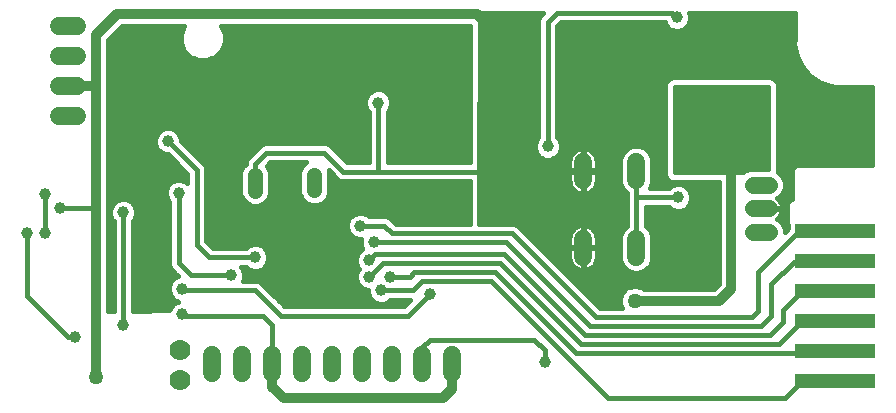
<source format=gbl>
G75*
G70*
%OFA0B0*%
%FSLAX24Y24*%
%IPPOS*%
%LPD*%
%AMOC8*
5,1,8,0,0,1.08239X$1,22.5*
%
%ADD10C,0.0594*%
%ADD11C,0.0700*%
%ADD12C,0.0515*%
%ADD13C,0.0600*%
%ADD14C,0.0551*%
%ADD15R,0.2650X0.0500*%
%ADD16C,0.0160*%
%ADD17C,0.0500*%
%ADD18C,0.0396*%
%ADD19C,0.0320*%
%ADD20C,0.0357*%
%ADD21C,0.0100*%
D10*
X004704Y010889D02*
X005298Y010889D01*
X005298Y011889D02*
X004704Y011889D01*
X004704Y012889D02*
X005298Y012889D01*
X005298Y013889D02*
X004704Y013889D01*
X022178Y009365D02*
X022178Y008772D01*
X023949Y008772D02*
X023949Y009365D01*
X023949Y006806D02*
X023949Y006213D01*
X022178Y006213D02*
X022178Y006806D01*
D11*
X008751Y003117D03*
X008751Y002117D03*
D12*
X011248Y008412D02*
X011246Y008927D01*
X013214Y008937D02*
X013217Y008423D01*
D13*
X012811Y002949D02*
X012811Y002349D01*
X011811Y002349D02*
X011811Y002949D01*
X010811Y002949D02*
X010811Y002349D01*
X009811Y002349D02*
X009811Y002949D01*
X013811Y002949D02*
X013811Y002349D01*
X014811Y002349D02*
X014811Y002949D01*
X015811Y002949D02*
X015811Y002349D01*
X016811Y002349D02*
X016811Y002949D01*
X017811Y002949D02*
X017811Y002349D01*
D14*
X027829Y007031D02*
X028380Y007031D01*
X028380Y007819D02*
X027829Y007819D01*
X027829Y008606D02*
X028380Y008606D01*
D15*
X030582Y007056D03*
X030582Y006056D03*
X030582Y005056D03*
X030582Y004056D03*
X030582Y003056D03*
X030582Y002056D03*
D16*
X005001Y003539D02*
X003651Y004889D01*
X003651Y006989D01*
X004251Y006989D02*
X004251Y008289D01*
X004740Y007850D02*
X005940Y007850D01*
X005951Y007839D01*
X006351Y007906D02*
X006467Y007906D01*
X006480Y007937D02*
X006413Y007776D01*
X006413Y007601D01*
X006480Y007440D01*
X006531Y007389D01*
X006531Y004412D01*
X006351Y004410D01*
X006351Y007918D01*
X006351Y009609D01*
X006351Y011809D01*
X006351Y011968D01*
X006351Y013423D01*
X006817Y013889D01*
X008865Y013889D01*
X008760Y013636D01*
X008760Y013344D01*
X008872Y013075D01*
X009078Y012869D01*
X009347Y012758D01*
X009638Y012758D01*
X009907Y012869D01*
X010113Y013075D01*
X010225Y013344D01*
X010225Y013636D01*
X010120Y013889D01*
X018401Y013889D01*
X018401Y009368D01*
X015671Y009368D01*
X015671Y011049D01*
X015722Y011100D01*
X015789Y011261D01*
X015789Y011436D01*
X015722Y011597D01*
X015599Y011720D01*
X015438Y011787D01*
X015264Y011787D01*
X015103Y011720D01*
X014980Y011597D01*
X014913Y011436D01*
X014913Y011261D01*
X014980Y011100D01*
X015031Y011049D01*
X015031Y009368D01*
X014314Y009368D01*
X013822Y009860D01*
X013732Y009950D01*
X013615Y009998D01*
X011685Y009998D01*
X011557Y009998D01*
X011440Y009950D01*
X011070Y009580D01*
X010980Y009490D01*
X010931Y009372D01*
X010931Y009316D01*
X010823Y009207D01*
X010748Y009024D01*
X010751Y008311D01*
X010828Y008128D01*
X010969Y007989D01*
X011152Y007914D01*
X011350Y007915D01*
X011532Y007992D01*
X011672Y008133D01*
X011746Y008316D01*
X011743Y009029D01*
X011666Y009211D01*
X011636Y009241D01*
X011754Y009359D01*
X012932Y009359D01*
X012930Y009358D01*
X012791Y009217D01*
X012716Y009034D01*
X012720Y008321D01*
X012797Y008139D01*
X012937Y007999D01*
X013120Y007925D01*
X013318Y007926D01*
X013501Y008002D01*
X013640Y008143D01*
X013715Y008326D01*
X013711Y009039D01*
X013692Y009085D01*
X014000Y008777D01*
X014117Y008729D01*
X014245Y008729D01*
X015277Y008729D01*
X015405Y008729D01*
X018401Y008729D01*
X018401Y007308D01*
X015934Y007308D01*
X015732Y007510D01*
X015615Y007558D01*
X015487Y007558D01*
X015051Y007558D01*
X014999Y007610D01*
X014838Y007677D01*
X014664Y007677D01*
X014503Y007610D01*
X014380Y007487D01*
X014313Y007326D01*
X014313Y007151D01*
X014380Y006990D01*
X014503Y006867D01*
X014664Y006800D01*
X014773Y006800D01*
X014763Y006776D01*
X014763Y006601D01*
X014819Y006466D01*
X014803Y006460D01*
X014680Y006337D01*
X014613Y006176D01*
X014613Y006001D01*
X014680Y005840D01*
X014707Y005813D01*
X014680Y005787D01*
X014613Y005626D01*
X014613Y005451D01*
X014680Y005290D01*
X014803Y005167D01*
X014964Y005100D01*
X015013Y005100D01*
X015013Y005001D01*
X015080Y004840D01*
X015203Y004717D01*
X015364Y004650D01*
X015538Y004650D01*
X015699Y004717D01*
X015751Y004769D01*
X016409Y004769D01*
X016199Y004558D01*
X012234Y004558D01*
X011522Y005270D01*
X011432Y005360D01*
X011315Y005408D01*
X010851Y005408D01*
X010889Y005501D01*
X010889Y005676D01*
X010822Y005837D01*
X010791Y005869D01*
X010952Y005869D01*
X011003Y005817D01*
X011164Y005750D01*
X011338Y005750D01*
X011499Y005817D01*
X011622Y005940D01*
X011689Y006101D01*
X011689Y006276D01*
X011622Y006437D01*
X011499Y006560D01*
X011338Y006627D01*
X011164Y006627D01*
X011003Y006560D01*
X010952Y006508D01*
X009834Y006508D01*
X009621Y006721D01*
X009621Y009162D01*
X009572Y009280D01*
X009482Y009370D01*
X008779Y010073D01*
X008779Y010146D01*
X008712Y010307D01*
X008589Y010430D01*
X008428Y010497D01*
X008254Y010497D01*
X008093Y010430D01*
X007970Y010307D01*
X007903Y010146D01*
X007903Y009971D01*
X007970Y009810D01*
X008093Y009687D01*
X008254Y009620D01*
X008327Y009620D01*
X008981Y008966D01*
X008981Y008678D01*
X008949Y008710D01*
X008788Y008777D01*
X008614Y008777D01*
X008453Y008710D01*
X008330Y008587D01*
X008263Y008426D01*
X008263Y008251D01*
X008330Y008090D01*
X008381Y008039D01*
X008381Y005925D01*
X008430Y005807D01*
X008520Y005717D01*
X008676Y005561D01*
X008553Y005510D01*
X008430Y005387D01*
X008363Y005226D01*
X008363Y005051D01*
X008430Y004890D01*
X008553Y004767D01*
X008682Y004714D01*
X008553Y004660D01*
X008430Y004537D01*
X008383Y004424D01*
X007171Y004416D01*
X007171Y007389D01*
X007222Y007440D01*
X007289Y007601D01*
X007289Y007776D01*
X007222Y007937D01*
X007099Y008060D01*
X006938Y008127D01*
X006764Y008127D01*
X006603Y008060D01*
X006480Y007937D01*
X006351Y008064D02*
X006614Y008064D01*
X006351Y008223D02*
X008275Y008223D01*
X008263Y008381D02*
X006351Y008381D01*
X006351Y008540D02*
X008310Y008540D01*
X008442Y008699D02*
X006351Y008699D01*
X006351Y008857D02*
X008981Y008857D01*
X008981Y008699D02*
X008961Y008699D01*
X008701Y008339D02*
X008701Y005989D01*
X009101Y005589D01*
X010451Y005589D01*
X010889Y005528D02*
X014613Y005528D01*
X014638Y005686D02*
X010885Y005686D01*
X010814Y005845D02*
X010975Y005845D01*
X011251Y006189D02*
X009701Y006189D01*
X009301Y006589D01*
X009301Y009099D01*
X008341Y010059D01*
X007960Y010284D02*
X006351Y010284D01*
X006351Y010125D02*
X007903Y010125D01*
X007905Y009967D02*
X006351Y009967D01*
X006351Y009808D02*
X007972Y009808D01*
X008183Y009650D02*
X006351Y009650D01*
X006351Y009491D02*
X008456Y009491D01*
X008614Y009333D02*
X006351Y009333D01*
X006351Y009174D02*
X008773Y009174D01*
X008931Y009016D02*
X006351Y009016D01*
X005951Y009687D02*
X005951Y009689D01*
X006351Y010443D02*
X008124Y010443D01*
X008559Y010443D02*
X015031Y010443D01*
X015031Y010601D02*
X006351Y010601D01*
X006351Y010760D02*
X015031Y010760D01*
X015031Y010918D02*
X006351Y010918D01*
X006351Y011077D02*
X015003Y011077D01*
X014924Y011235D02*
X006351Y011235D01*
X006351Y011394D02*
X014913Y011394D01*
X014961Y011552D02*
X006351Y011552D01*
X006351Y011711D02*
X015094Y011711D01*
X015351Y011349D02*
X015351Y009059D01*
X015341Y009049D01*
X022158Y009049D01*
X022178Y009068D01*
X022178Y006509D01*
X022196Y006491D02*
X022196Y005756D01*
X022214Y005756D01*
X022285Y005767D01*
X022353Y005789D01*
X022417Y005822D01*
X022475Y005864D01*
X022526Y005915D01*
X022568Y005973D01*
X022601Y006037D01*
X022623Y006106D01*
X022635Y006177D01*
X022635Y006491D01*
X022196Y006491D01*
X022159Y006491D01*
X021721Y006491D01*
X021721Y006177D01*
X021732Y006106D01*
X021754Y006037D01*
X021787Y005973D01*
X021829Y005915D01*
X021880Y005864D01*
X021938Y005822D01*
X022002Y005789D01*
X022071Y005767D01*
X022142Y005756D01*
X022159Y005756D01*
X022159Y006491D01*
X022159Y006528D01*
X021721Y006528D01*
X021721Y006842D01*
X021732Y006913D01*
X021754Y006982D01*
X021787Y007046D01*
X021829Y007104D01*
X021880Y007155D01*
X021938Y007197D01*
X022002Y007230D01*
X022071Y007252D01*
X022142Y007263D01*
X022159Y007263D01*
X022159Y006528D01*
X022196Y006528D01*
X022196Y007263D01*
X022214Y007263D01*
X022285Y007252D01*
X022353Y007230D01*
X022417Y007197D01*
X022475Y007155D01*
X022526Y007104D01*
X022568Y007046D01*
X022601Y006982D01*
X022623Y006913D01*
X022635Y006842D01*
X022635Y006528D01*
X022196Y006528D01*
X022196Y006491D01*
X022196Y006479D02*
X022159Y006479D01*
X022159Y006638D02*
X022196Y006638D01*
X022196Y006796D02*
X022159Y006796D01*
X022159Y006955D02*
X022196Y006955D01*
X022196Y007113D02*
X022159Y007113D01*
X021839Y007113D02*
X020129Y007113D01*
X020072Y007170D02*
X019982Y007260D01*
X019865Y007308D01*
X018721Y007308D01*
X018721Y008393D01*
X018751Y014339D01*
X020849Y014339D01*
X020730Y014220D01*
X020681Y014102D01*
X020681Y013975D01*
X020681Y010188D01*
X020630Y010137D01*
X020563Y009976D01*
X020563Y009801D01*
X020630Y009640D01*
X020753Y009517D01*
X020914Y009450D01*
X021088Y009450D01*
X021249Y009517D01*
X021372Y009640D01*
X021439Y009801D01*
X021439Y009976D01*
X021372Y010137D01*
X021321Y010188D01*
X021321Y013906D01*
X021434Y014019D01*
X024897Y014019D01*
X024930Y013940D01*
X025053Y013817D01*
X025214Y013750D01*
X025388Y013750D01*
X025549Y013817D01*
X025672Y013940D01*
X025739Y014101D01*
X025739Y014276D01*
X025713Y014339D01*
X029233Y014339D01*
X029233Y013538D01*
X029233Y013499D01*
X029218Y013309D01*
X029218Y013309D01*
X029292Y012914D01*
X029465Y012553D01*
X029465Y012553D01*
X029726Y012248D01*
X029726Y012248D01*
X029726Y012248D01*
X030057Y012021D01*
X030057Y012021D01*
X030435Y011888D01*
X030436Y011888D01*
X030597Y011876D01*
X030606Y011872D01*
X030645Y011872D01*
X030683Y011869D01*
X030692Y011872D01*
X031792Y011872D01*
X031792Y009281D01*
X029327Y009281D01*
X029238Y009245D01*
X029171Y009177D01*
X029134Y009089D01*
X029134Y008994D01*
X029134Y008121D01*
X029065Y008092D01*
X028998Y008024D01*
X028961Y007936D01*
X028961Y007341D01*
X028998Y007253D01*
X029017Y007233D01*
X029017Y007157D01*
X028896Y007036D01*
X028896Y007134D01*
X028817Y007323D01*
X028672Y007468D01*
X028651Y007477D01*
X028664Y007486D01*
X028713Y007535D01*
X028753Y007590D01*
X028784Y007651D01*
X028805Y007716D01*
X028816Y007784D01*
X028816Y007815D01*
X028109Y007815D01*
X028109Y007822D01*
X028816Y007822D01*
X028816Y007853D01*
X028805Y007921D01*
X028784Y007986D01*
X028753Y008047D01*
X028713Y008102D01*
X028664Y008151D01*
X028651Y008160D01*
X028672Y008169D01*
X028817Y008314D01*
X028896Y008503D01*
X028896Y008708D01*
X028817Y008898D01*
X028681Y009034D01*
X028681Y009046D01*
X028681Y011956D01*
X028637Y012063D01*
X028555Y012144D01*
X028449Y012188D01*
X028333Y012188D01*
X025259Y012188D01*
X025143Y012188D01*
X025037Y012144D01*
X024955Y012063D01*
X024911Y011956D01*
X024911Y008931D01*
X024955Y008824D01*
X025037Y008743D01*
X025143Y008699D01*
X024486Y008699D01*
X024486Y008665D02*
X024486Y009472D01*
X024404Y009669D01*
X024254Y009820D01*
X024056Y009902D01*
X023843Y009902D01*
X023645Y009820D01*
X023494Y009669D01*
X023413Y009472D01*
X023413Y008665D01*
X023494Y008467D01*
X023629Y008332D01*
X023629Y008252D01*
X023629Y008125D01*
X023629Y007245D01*
X023494Y007110D01*
X023413Y006913D01*
X023413Y006106D01*
X023494Y005908D01*
X023645Y005757D01*
X023843Y005676D01*
X024056Y005676D01*
X024254Y005757D01*
X024404Y005908D01*
X024486Y006106D01*
X024486Y006913D01*
X024404Y007110D01*
X024269Y007245D01*
X024269Y007869D01*
X025051Y007869D01*
X025103Y007817D01*
X025264Y007750D01*
X025438Y007750D01*
X025599Y007817D01*
X025722Y007940D01*
X025789Y008101D01*
X025789Y008276D01*
X025722Y008437D01*
X025599Y008560D01*
X025438Y008627D01*
X025264Y008627D01*
X025103Y008560D01*
X025051Y008508D01*
X024421Y008508D01*
X024486Y008665D01*
X024434Y008540D02*
X025083Y008540D01*
X025143Y008699D02*
X025259Y008699D01*
X026701Y008699D01*
X026701Y005304D01*
X026535Y005138D01*
X024194Y005138D01*
X024179Y005154D01*
X023999Y005228D01*
X023804Y005228D01*
X023624Y005154D01*
X023486Y005016D01*
X023411Y004836D01*
X023411Y004641D01*
X023466Y004508D01*
X022734Y004508D01*
X020072Y007170D01*
X019954Y007272D02*
X023629Y007272D01*
X023629Y007430D02*
X018721Y007430D01*
X018721Y007589D02*
X023629Y007589D01*
X023629Y007747D02*
X018721Y007747D01*
X018721Y007906D02*
X023629Y007906D01*
X023629Y008064D02*
X018721Y008064D01*
X018721Y008223D02*
X023629Y008223D01*
X023580Y008381D02*
X022418Y008381D01*
X022417Y008381D02*
X022475Y008423D01*
X022526Y008474D01*
X022568Y008532D01*
X022601Y008596D01*
X022623Y008665D01*
X022635Y008736D01*
X022635Y009050D01*
X022196Y009050D01*
X022196Y008315D01*
X022214Y008315D01*
X022285Y008326D01*
X022353Y008348D01*
X022417Y008381D01*
X022196Y008381D02*
X022159Y008381D01*
X022159Y008315D02*
X022159Y009050D01*
X021721Y009050D01*
X021721Y008736D01*
X021732Y008665D01*
X021754Y008596D01*
X021787Y008532D01*
X021829Y008474D01*
X021880Y008423D01*
X021938Y008381D01*
X022002Y008348D01*
X022071Y008326D01*
X022142Y008315D01*
X022159Y008315D01*
X022159Y008540D02*
X022196Y008540D01*
X022196Y008699D02*
X022159Y008699D01*
X022159Y008857D02*
X022196Y008857D01*
X022196Y009016D02*
X022159Y009016D01*
X022159Y009050D02*
X022196Y009050D01*
X022196Y009087D01*
X022159Y009087D01*
X022159Y009050D01*
X022159Y009087D02*
X021721Y009087D01*
X021721Y009401D01*
X021732Y009472D01*
X021754Y009541D01*
X021787Y009605D01*
X021829Y009663D01*
X021880Y009714D01*
X021938Y009756D01*
X022002Y009789D01*
X022071Y009811D01*
X022142Y009822D01*
X022159Y009822D01*
X022159Y009087D01*
X022196Y009087D02*
X022196Y009822D01*
X022214Y009822D01*
X022285Y009811D01*
X022353Y009789D01*
X022417Y009756D01*
X022475Y009714D01*
X022526Y009663D01*
X022568Y009605D01*
X022601Y009541D01*
X022623Y009472D01*
X022635Y009401D01*
X022635Y009087D01*
X022196Y009087D01*
X022196Y009174D02*
X022159Y009174D01*
X022159Y009333D02*
X022196Y009333D01*
X022196Y009491D02*
X022159Y009491D01*
X022159Y009650D02*
X022196Y009650D01*
X022196Y009808D02*
X022159Y009808D01*
X022063Y009808D02*
X021439Y009808D01*
X021439Y009967D02*
X024911Y009967D01*
X024911Y010125D02*
X021377Y010125D01*
X021321Y010284D02*
X024911Y010284D01*
X024911Y010443D02*
X021321Y010443D01*
X021321Y010601D02*
X024911Y010601D01*
X024911Y010760D02*
X021321Y010760D01*
X021321Y010918D02*
X024911Y010918D01*
X024911Y011077D02*
X021321Y011077D01*
X021321Y011235D02*
X024911Y011235D01*
X024911Y011394D02*
X021321Y011394D01*
X021321Y011552D02*
X024911Y011552D01*
X024911Y011711D02*
X021321Y011711D01*
X021321Y011869D02*
X024911Y011869D01*
X024941Y012028D02*
X021321Y012028D01*
X021321Y012187D02*
X025139Y012187D01*
X025162Y013772D02*
X021321Y013772D01*
X021321Y013613D02*
X029233Y013613D01*
X029229Y013455D02*
X021321Y013455D01*
X021321Y013296D02*
X029220Y013296D01*
X029250Y013138D02*
X021321Y013138D01*
X021321Y012979D02*
X029280Y012979D01*
X029292Y012914D02*
X029292Y012914D01*
X029337Y012821D02*
X021321Y012821D01*
X021321Y012662D02*
X029413Y012662D01*
X029507Y012504D02*
X021321Y012504D01*
X021321Y012345D02*
X029643Y012345D01*
X029816Y012187D02*
X028453Y012187D01*
X028651Y012028D02*
X030048Y012028D01*
X030679Y011869D02*
X028681Y011869D01*
X028681Y011711D02*
X031792Y011711D01*
X031792Y011869D02*
X030684Y011869D01*
X031792Y011552D02*
X028681Y011552D01*
X028681Y011394D02*
X031792Y011394D01*
X031792Y011235D02*
X028681Y011235D01*
X028681Y011077D02*
X031792Y011077D01*
X031792Y010918D02*
X028681Y010918D01*
X028681Y010760D02*
X031792Y010760D01*
X031792Y010601D02*
X028681Y010601D01*
X028681Y010443D02*
X031792Y010443D01*
X031792Y010284D02*
X028681Y010284D01*
X028681Y010125D02*
X031792Y010125D01*
X031792Y009967D02*
X028681Y009967D01*
X028681Y009808D02*
X031792Y009808D01*
X031792Y009650D02*
X028681Y009650D01*
X028681Y009491D02*
X031792Y009491D01*
X031792Y009333D02*
X028681Y009333D01*
X028681Y009174D02*
X029170Y009174D01*
X029134Y009016D02*
X028700Y009016D01*
X028834Y008857D02*
X029134Y008857D01*
X029134Y008699D02*
X028896Y008699D01*
X028896Y008540D02*
X029134Y008540D01*
X029134Y008381D02*
X028845Y008381D01*
X028727Y008223D02*
X029134Y008223D01*
X029038Y008064D02*
X028740Y008064D01*
X028808Y007906D02*
X028961Y007906D01*
X028961Y007747D02*
X028810Y007747D01*
X028752Y007589D02*
X028961Y007589D01*
X028961Y007430D02*
X028710Y007430D01*
X028839Y007272D02*
X028990Y007272D01*
X028973Y007113D02*
X028896Y007113D01*
X029351Y007039D02*
X031151Y007039D01*
X031101Y007089D01*
X031051Y007089D01*
X031019Y007056D01*
X030582Y007056D01*
X029351Y007039D02*
X028001Y005689D01*
X028001Y004389D01*
X027801Y004189D01*
X022601Y004189D01*
X019801Y006989D01*
X015801Y006989D01*
X015551Y007239D01*
X014751Y007239D01*
X014356Y007430D02*
X009621Y007430D01*
X009621Y007272D02*
X014313Y007272D01*
X014329Y007113D02*
X009621Y007113D01*
X009621Y006955D02*
X014415Y006955D01*
X014771Y006796D02*
X009621Y006796D01*
X009705Y006638D02*
X014763Y006638D01*
X014814Y006479D02*
X011580Y006479D01*
X011671Y006320D02*
X014673Y006320D01*
X014613Y006162D02*
X011689Y006162D01*
X011649Y006003D02*
X014613Y006003D01*
X014678Y005845D02*
X011527Y005845D01*
X011410Y005369D02*
X014647Y005369D01*
X014759Y005211D02*
X011581Y005211D01*
X011740Y005052D02*
X015013Y005052D01*
X015058Y004894D02*
X011899Y004894D01*
X012057Y004735D02*
X015185Y004735D01*
X015451Y005089D02*
X016501Y005089D01*
X016801Y005389D01*
X019101Y005389D01*
X023001Y001489D01*
X028901Y001489D01*
X029469Y002056D01*
X030582Y002056D01*
X030564Y002039D01*
X030582Y002989D02*
X030582Y003056D01*
X030582Y002989D02*
X021951Y002989D01*
X019251Y005689D01*
X016551Y005689D01*
X016401Y005539D01*
X015751Y005539D01*
X015501Y005989D02*
X019401Y005989D01*
X022101Y003289D01*
X028701Y003289D01*
X029469Y004056D01*
X030582Y004056D01*
X030582Y005056D02*
X029469Y005056D01*
X028851Y004439D01*
X028851Y004039D01*
X028401Y003589D01*
X022251Y003589D01*
X019551Y006289D01*
X015251Y006289D01*
X015051Y006089D01*
X015501Y005989D02*
X015051Y005539D01*
X015717Y004735D02*
X016375Y004735D01*
X016217Y004576D02*
X012216Y004576D01*
X012101Y004239D02*
X016331Y004239D01*
X017061Y004969D01*
X017061Y003439D02*
X016811Y003189D01*
X016811Y002649D01*
X017061Y003439D02*
X020551Y003439D01*
X020901Y003089D01*
X020901Y002689D01*
X022401Y003889D02*
X019601Y006689D01*
X015201Y006689D01*
X015812Y007430D02*
X018401Y007430D01*
X018401Y007589D02*
X015020Y007589D01*
X014482Y007589D02*
X009621Y007589D01*
X009621Y007747D02*
X018401Y007747D01*
X018401Y007906D02*
X009621Y007906D01*
X009621Y008064D02*
X010893Y008064D01*
X010788Y008223D02*
X009621Y008223D01*
X009621Y008381D02*
X010751Y008381D01*
X010750Y008540D02*
X009621Y008540D01*
X009621Y008699D02*
X010749Y008699D01*
X010749Y008857D02*
X009621Y008857D01*
X009621Y009016D02*
X010748Y009016D01*
X010809Y009174D02*
X009616Y009174D01*
X009519Y009333D02*
X010931Y009333D01*
X010981Y009491D02*
X009361Y009491D01*
X009202Y009650D02*
X011140Y009650D01*
X011298Y009808D02*
X009044Y009808D01*
X008885Y009967D02*
X011481Y009967D01*
X011621Y009679D02*
X011251Y009309D01*
X011251Y008674D01*
X011247Y008670D01*
X011744Y008699D02*
X012718Y008699D01*
X012717Y008857D02*
X011744Y008857D01*
X011743Y009016D02*
X012716Y009016D01*
X012774Y009174D02*
X011681Y009174D01*
X011728Y009333D02*
X012906Y009333D01*
X013551Y009679D02*
X011621Y009679D01*
X011745Y008540D02*
X012719Y008540D01*
X012720Y008381D02*
X011746Y008381D01*
X011708Y008223D02*
X012761Y008223D01*
X012871Y008064D02*
X011604Y008064D01*
X013562Y008064D02*
X018401Y008064D01*
X018401Y008223D02*
X013673Y008223D01*
X013715Y008381D02*
X018401Y008381D01*
X018401Y008540D02*
X013714Y008540D01*
X013713Y008699D02*
X018401Y008699D01*
X018723Y008699D02*
X021727Y008699D01*
X021721Y008857D02*
X018723Y008857D01*
X018724Y009016D02*
X021721Y009016D01*
X021721Y009174D02*
X018725Y009174D01*
X018726Y009333D02*
X021721Y009333D01*
X021738Y009491D02*
X021187Y009491D01*
X021376Y009650D02*
X021820Y009650D01*
X022292Y009808D02*
X023633Y009808D01*
X023486Y009650D02*
X022536Y009650D01*
X022617Y009491D02*
X023421Y009491D01*
X023413Y009333D02*
X022635Y009333D01*
X022635Y009174D02*
X023413Y009174D01*
X023413Y009016D02*
X022635Y009016D01*
X022635Y008857D02*
X023413Y008857D01*
X023413Y008699D02*
X022629Y008699D01*
X022572Y008540D02*
X023464Y008540D01*
X023949Y008189D02*
X025351Y008189D01*
X025745Y008381D02*
X026701Y008381D01*
X026701Y008223D02*
X025789Y008223D01*
X025774Y008064D02*
X026701Y008064D01*
X026701Y007906D02*
X025688Y007906D01*
X025619Y008540D02*
X026701Y008540D01*
X026701Y007747D02*
X024269Y007747D01*
X024269Y007589D02*
X026701Y007589D01*
X026701Y007430D02*
X024269Y007430D01*
X024269Y007272D02*
X026701Y007272D01*
X026701Y007113D02*
X024402Y007113D01*
X024469Y006955D02*
X026701Y006955D01*
X026701Y006796D02*
X024486Y006796D01*
X024486Y006638D02*
X026701Y006638D01*
X026701Y006479D02*
X024486Y006479D01*
X024486Y006320D02*
X026701Y006320D01*
X026701Y006162D02*
X024486Y006162D01*
X024444Y006003D02*
X026701Y006003D01*
X026701Y005845D02*
X024341Y005845D01*
X024082Y005686D02*
X026701Y005686D01*
X026701Y005528D02*
X021714Y005528D01*
X021556Y005686D02*
X023817Y005686D01*
X023558Y005845D02*
X022449Y005845D01*
X022584Y006003D02*
X023455Y006003D01*
X023413Y006162D02*
X022632Y006162D01*
X022635Y006320D02*
X023413Y006320D01*
X023413Y006479D02*
X022635Y006479D01*
X022635Y006638D02*
X023413Y006638D01*
X023413Y006796D02*
X022635Y006796D01*
X022610Y006955D02*
X023430Y006955D01*
X023497Y007113D02*
X022517Y007113D01*
X021746Y006955D02*
X020288Y006955D01*
X020446Y006796D02*
X021721Y006796D01*
X021721Y006638D02*
X020605Y006638D01*
X020763Y006479D02*
X021721Y006479D01*
X021721Y006320D02*
X020922Y006320D01*
X021080Y006162D02*
X021723Y006162D01*
X021772Y006003D02*
X021239Y006003D01*
X021397Y005845D02*
X021907Y005845D01*
X022159Y005845D02*
X022196Y005845D01*
X022196Y006003D02*
X022159Y006003D01*
X022159Y006162D02*
X022196Y006162D01*
X022196Y006320D02*
X022159Y006320D01*
X021873Y005369D02*
X026701Y005369D01*
X026608Y005211D02*
X024042Y005211D01*
X023761Y005211D02*
X022031Y005211D01*
X022190Y005052D02*
X023522Y005052D01*
X023435Y004894D02*
X022349Y004894D01*
X022507Y004735D02*
X023411Y004735D01*
X023438Y004576D02*
X022666Y004576D01*
X022401Y003889D02*
X028101Y003889D01*
X028451Y004239D01*
X028451Y005289D01*
X029201Y006039D01*
X030801Y006039D01*
X030783Y006056D01*
X030582Y006056D01*
X024942Y008857D02*
X024486Y008857D01*
X024486Y009016D02*
X024911Y009016D01*
X024911Y009174D02*
X024486Y009174D01*
X024486Y009333D02*
X024911Y009333D01*
X024911Y009491D02*
X024478Y009491D01*
X024413Y009650D02*
X024911Y009650D01*
X024911Y009808D02*
X024266Y009808D01*
X023949Y009068D02*
X023949Y008189D01*
X023949Y006509D01*
X023951Y006508D01*
X021937Y008381D02*
X018721Y008381D01*
X018722Y008540D02*
X021783Y008540D01*
X020815Y009491D02*
X018727Y009491D01*
X018727Y009650D02*
X020626Y009650D01*
X020563Y009808D02*
X018728Y009808D01*
X018729Y009967D02*
X020563Y009967D01*
X020625Y010125D02*
X018730Y010125D01*
X018731Y010284D02*
X020681Y010284D01*
X020681Y010443D02*
X018731Y010443D01*
X018732Y010601D02*
X020681Y010601D01*
X020681Y010760D02*
X018733Y010760D01*
X018734Y010918D02*
X020681Y010918D01*
X020681Y011077D02*
X018735Y011077D01*
X018735Y011235D02*
X020681Y011235D01*
X020681Y011394D02*
X018736Y011394D01*
X018737Y011552D02*
X020681Y011552D01*
X020681Y011711D02*
X018738Y011711D01*
X018739Y011869D02*
X020681Y011869D01*
X020681Y012028D02*
X018739Y012028D01*
X018740Y012187D02*
X020681Y012187D01*
X020681Y012345D02*
X018741Y012345D01*
X018742Y012504D02*
X020681Y012504D01*
X020681Y012662D02*
X018743Y012662D01*
X018743Y012821D02*
X020681Y012821D01*
X020681Y012979D02*
X018744Y012979D01*
X018745Y013138D02*
X020681Y013138D01*
X020681Y013296D02*
X018746Y013296D01*
X018747Y013455D02*
X020681Y013455D01*
X020681Y013613D02*
X018747Y013613D01*
X018748Y013772D02*
X020681Y013772D01*
X020681Y013931D02*
X018749Y013931D01*
X018750Y014089D02*
X020681Y014089D01*
X020758Y014248D02*
X018751Y014248D01*
X018401Y013772D02*
X010168Y013772D01*
X010225Y013613D02*
X018401Y013613D01*
X018401Y013455D02*
X010225Y013455D01*
X010205Y013296D02*
X018401Y013296D01*
X018401Y013138D02*
X010139Y013138D01*
X010017Y012979D02*
X018401Y012979D01*
X018401Y012821D02*
X009790Y012821D01*
X009195Y012821D02*
X006351Y012821D01*
X006351Y012979D02*
X008968Y012979D01*
X008846Y013138D02*
X006351Y013138D01*
X006351Y013296D02*
X008780Y013296D01*
X008760Y013455D02*
X006383Y013455D01*
X006542Y013613D02*
X008760Y013613D01*
X008817Y013772D02*
X006700Y013772D01*
X006351Y012662D02*
X018401Y012662D01*
X018401Y012504D02*
X006351Y012504D01*
X006351Y012345D02*
X018401Y012345D01*
X018401Y012187D02*
X006351Y012187D01*
X006351Y012028D02*
X018401Y012028D01*
X018401Y011869D02*
X006351Y011869D01*
X008722Y010284D02*
X015031Y010284D01*
X015031Y010125D02*
X008779Y010125D01*
X008356Y008064D02*
X007088Y008064D01*
X007235Y007906D02*
X008381Y007906D01*
X008381Y007747D02*
X007289Y007747D01*
X007284Y007589D02*
X008381Y007589D01*
X008381Y007430D02*
X007212Y007430D01*
X007171Y007272D02*
X008381Y007272D01*
X008381Y007113D02*
X007171Y007113D01*
X007171Y006955D02*
X008381Y006955D01*
X008381Y006796D02*
X007171Y006796D01*
X007171Y006638D02*
X008381Y006638D01*
X008381Y006479D02*
X007171Y006479D01*
X007171Y006320D02*
X008381Y006320D01*
X008381Y006162D02*
X007171Y006162D01*
X007171Y006003D02*
X008381Y006003D01*
X008414Y005845D02*
X007171Y005845D01*
X007171Y005686D02*
X008551Y005686D01*
X008596Y005528D02*
X007171Y005528D01*
X007171Y005369D02*
X008422Y005369D01*
X008363Y005211D02*
X007171Y005211D01*
X007171Y005052D02*
X008363Y005052D01*
X008428Y004894D02*
X007171Y004894D01*
X007171Y004735D02*
X008630Y004735D01*
X008469Y004576D02*
X007171Y004576D01*
X007171Y004418D02*
X007500Y004418D01*
X006851Y003939D02*
X006851Y007689D01*
X006413Y007747D02*
X006351Y007747D01*
X006351Y007589D02*
X006418Y007589D01*
X006351Y007430D02*
X006490Y007430D01*
X006531Y007272D02*
X006351Y007272D01*
X006351Y007113D02*
X006531Y007113D01*
X006531Y006955D02*
X006351Y006955D01*
X006351Y006796D02*
X006531Y006796D01*
X006531Y006638D02*
X006351Y006638D01*
X006351Y006479D02*
X006531Y006479D01*
X006531Y006320D02*
X006351Y006320D01*
X006351Y006162D02*
X006531Y006162D01*
X006531Y006003D02*
X006351Y006003D01*
X006351Y005845D02*
X006531Y005845D01*
X006531Y005686D02*
X006351Y005686D01*
X006351Y005528D02*
X006531Y005528D01*
X006531Y005369D02*
X006351Y005369D01*
X006351Y005211D02*
X006531Y005211D01*
X006531Y005052D02*
X006351Y005052D01*
X006351Y004894D02*
X006531Y004894D01*
X006531Y004735D02*
X006351Y004735D01*
X006351Y004576D02*
X006531Y004576D01*
X006531Y004418D02*
X006351Y004418D01*
X005251Y003539D02*
X005001Y003539D01*
X008801Y004289D02*
X008851Y004239D01*
X011501Y004239D01*
X011811Y003929D01*
X011811Y002649D01*
X012101Y004239D02*
X011251Y005089D01*
X008851Y005089D01*
X008801Y005139D01*
X013712Y008857D02*
X013920Y008857D01*
X013761Y009016D02*
X013711Y009016D01*
X014181Y009049D02*
X013551Y009679D01*
X013874Y009808D02*
X015031Y009808D01*
X015031Y009650D02*
X014032Y009650D01*
X014191Y009491D02*
X015031Y009491D01*
X015031Y009967D02*
X013691Y009967D01*
X014181Y009049D02*
X015341Y009049D01*
X015671Y009491D02*
X018401Y009491D01*
X018401Y009650D02*
X015671Y009650D01*
X015671Y009808D02*
X018401Y009808D01*
X018401Y009967D02*
X015671Y009967D01*
X015671Y010125D02*
X018401Y010125D01*
X018401Y010284D02*
X015671Y010284D01*
X015671Y010443D02*
X018401Y010443D01*
X018401Y010601D02*
X015671Y010601D01*
X015671Y010760D02*
X018401Y010760D01*
X018401Y010918D02*
X015671Y010918D01*
X015699Y011077D02*
X018401Y011077D01*
X018401Y011235D02*
X015778Y011235D01*
X015789Y011394D02*
X018401Y011394D01*
X018401Y011552D02*
X015741Y011552D01*
X015608Y011711D02*
X018401Y011711D01*
X021001Y009889D02*
X021001Y014039D01*
X021301Y014339D01*
X025151Y014339D01*
X025301Y014189D01*
X025739Y014248D02*
X029233Y014248D01*
X029233Y014089D02*
X025734Y014089D01*
X025663Y013931D02*
X029233Y013931D01*
X029233Y013772D02*
X025440Y013772D01*
X024939Y013931D02*
X021346Y013931D01*
D17*
X023901Y004739D03*
X005951Y002189D03*
D18*
X005251Y003539D03*
X006851Y003939D03*
X008801Y004289D03*
X008801Y005139D03*
X010451Y005589D03*
X011251Y006189D03*
X010581Y008359D03*
X010131Y008379D03*
X009931Y008779D03*
X010381Y008769D03*
X010281Y009329D03*
X010701Y009349D03*
X010521Y009769D03*
X010311Y010139D03*
X010741Y010139D03*
X011161Y010149D03*
X010941Y009769D03*
X011591Y010139D03*
X012041Y010139D03*
X012471Y010129D03*
X012891Y010129D03*
X012701Y010529D03*
X012271Y010539D03*
X011841Y010539D03*
X011391Y010529D03*
X011191Y010899D03*
X010961Y010539D03*
X010761Y010909D03*
X010321Y010919D03*
X010101Y010529D03*
X010531Y010519D03*
X009871Y010149D03*
X010071Y009769D03*
X009861Y009339D03*
X009571Y009719D03*
X009411Y010139D03*
X008961Y010089D03*
X008761Y010479D03*
X009211Y010529D03*
X009641Y010519D03*
X009441Y010919D03*
X009011Y010919D03*
X009161Y011329D03*
X008731Y011339D03*
X008571Y010929D03*
X007951Y011239D03*
X008071Y011729D03*
X007851Y012089D03*
X007621Y011729D03*
X007401Y012089D03*
X007181Y011739D03*
X006951Y012089D03*
X006731Y011729D03*
X006501Y012089D03*
X006691Y011289D03*
X007351Y011239D03*
X008511Y011719D03*
X008301Y012089D03*
X008751Y012089D03*
X008971Y011729D03*
X009201Y012089D03*
X009421Y011729D03*
X009651Y012089D03*
X009851Y011719D03*
X009631Y011319D03*
X009871Y010919D03*
X010371Y011659D03*
X010871Y011659D03*
X011371Y011659D03*
X011871Y011659D03*
X012311Y011759D03*
X012281Y011289D03*
X012481Y010919D03*
X012051Y010929D03*
X011621Y010919D03*
X012911Y010909D03*
X013341Y010909D03*
X013141Y010509D03*
X013391Y010149D03*
X013841Y010149D03*
X013601Y010519D03*
X014031Y010559D03*
X013821Y010959D03*
X014091Y011359D03*
X014161Y011799D03*
X014151Y012239D03*
X013551Y011989D03*
X013101Y011989D03*
X013301Y011589D03*
X012311Y012239D03*
X011351Y012389D03*
X011101Y012789D03*
X010801Y012389D03*
X008341Y010059D03*
X008221Y009419D03*
X008671Y008969D03*
X008701Y008339D03*
X006851Y007689D03*
X004740Y007850D03*
X004251Y008289D03*
X004251Y006989D03*
X003651Y006989D03*
X011871Y008949D03*
X012231Y008689D03*
X011941Y008359D03*
X012531Y008339D03*
X012571Y008979D03*
X014751Y007239D03*
X015201Y006689D03*
X015051Y006089D03*
X015051Y005539D03*
X015451Y005089D03*
X015751Y005539D03*
X017061Y004969D03*
X020901Y002689D03*
X025351Y008189D03*
X026771Y009459D03*
X027101Y009139D03*
X027231Y009549D03*
X026801Y009889D03*
X027221Y009989D03*
X027231Y010429D03*
X026811Y010319D03*
X026921Y010729D03*
X025301Y014189D03*
X021001Y009889D03*
X015351Y011349D03*
X014601Y011369D03*
X014801Y012189D03*
D19*
X018651Y014289D02*
X019051Y013889D01*
X018651Y014289D02*
X006651Y014289D01*
X005951Y013589D01*
X005951Y011889D01*
X005001Y011889D01*
X005951Y011889D02*
X005951Y009689D01*
X005951Y007839D01*
X005951Y002189D01*
X011811Y001879D02*
X012201Y001489D01*
X017501Y001489D01*
X017801Y001789D01*
X017801Y002639D01*
X017811Y002649D01*
X011811Y002649D02*
X011811Y001879D01*
X023901Y004739D02*
X026701Y004739D01*
X027101Y005139D01*
X027101Y009139D01*
D20*
X024751Y009439D03*
X024551Y009789D03*
X024601Y010539D03*
X024201Y010539D03*
X024351Y011089D03*
X023951Y011089D03*
X023501Y010889D03*
X023301Y010539D03*
X022901Y010539D03*
X022501Y010539D03*
X022301Y010889D03*
X021901Y010889D03*
X021501Y010889D03*
X021701Y010539D03*
X022101Y010539D03*
X021901Y010189D03*
X021501Y010189D03*
X021701Y009839D03*
X021451Y009489D03*
X022301Y010189D03*
X022701Y010189D03*
X023101Y010189D03*
X023501Y010189D03*
X023301Y009839D03*
X022901Y009839D03*
X022501Y009839D03*
X022801Y009439D03*
X023201Y009439D03*
X023101Y010889D03*
X022701Y010889D03*
X024751Y011089D03*
X026851Y013039D03*
X027151Y013289D03*
X026851Y013489D03*
X027151Y013689D03*
X026851Y013889D03*
X027451Y013889D03*
X027451Y013489D03*
X027891Y013449D03*
X028351Y013439D03*
X027451Y013039D03*
X025486Y013681D03*
X025101Y013489D03*
X024701Y013489D03*
X024801Y013889D03*
X024101Y013839D03*
X023701Y013839D03*
X023001Y013839D03*
X022601Y013839D03*
X022201Y013839D03*
X021801Y013839D03*
X021401Y013839D03*
X021451Y013349D03*
X021861Y013349D03*
X022281Y013359D03*
X022701Y013349D03*
X023151Y013359D03*
X020551Y013369D03*
X020555Y013822D03*
X020162Y013816D03*
X019751Y013839D03*
X019351Y013839D03*
X018951Y013839D03*
X018921Y013369D03*
X019331Y013359D03*
X019731Y013359D03*
X020151Y013359D03*
X029851Y009789D03*
X030251Y009789D03*
X030651Y009789D03*
X031051Y009789D03*
X030851Y010139D03*
X031251Y010139D03*
X031651Y010139D03*
X031451Y009789D03*
X031251Y009439D03*
X030851Y009439D03*
X030451Y009439D03*
X030051Y009439D03*
X031651Y009439D03*
D21*
X028391Y009465D02*
X025201Y009465D01*
X025201Y009563D02*
X028391Y009563D01*
X028391Y009662D02*
X025201Y009662D01*
X025201Y009760D02*
X028391Y009760D01*
X028391Y009859D02*
X025201Y009859D01*
X025201Y009957D02*
X028391Y009957D01*
X028391Y010056D02*
X025201Y010056D01*
X025201Y010154D02*
X028391Y010154D01*
X028391Y010253D02*
X025201Y010253D01*
X025201Y010352D02*
X028391Y010352D01*
X028391Y010450D02*
X025201Y010450D01*
X025201Y010549D02*
X028391Y010549D01*
X028391Y010647D02*
X025201Y010647D01*
X025201Y010746D02*
X028391Y010746D01*
X028391Y010844D02*
X025201Y010844D01*
X025201Y010943D02*
X028391Y010943D01*
X028391Y011041D02*
X025201Y011041D01*
X025201Y011140D02*
X028391Y011140D01*
X028391Y011238D02*
X025201Y011238D01*
X025201Y011337D02*
X028391Y011337D01*
X028391Y011436D02*
X025201Y011436D01*
X025201Y011534D02*
X028391Y011534D01*
X028391Y011633D02*
X025201Y011633D01*
X025201Y011731D02*
X028391Y011731D01*
X028391Y011830D02*
X025201Y011830D01*
X025201Y011899D02*
X028391Y011899D01*
X028391Y009091D01*
X027733Y009091D01*
X027554Y009018D01*
X027525Y008989D01*
X025201Y008989D01*
X025201Y011899D01*
X025201Y009366D02*
X028391Y009366D01*
X028391Y009268D02*
X025201Y009268D01*
X025201Y009169D02*
X028391Y009169D01*
X027682Y009071D02*
X025201Y009071D01*
M02*

</source>
